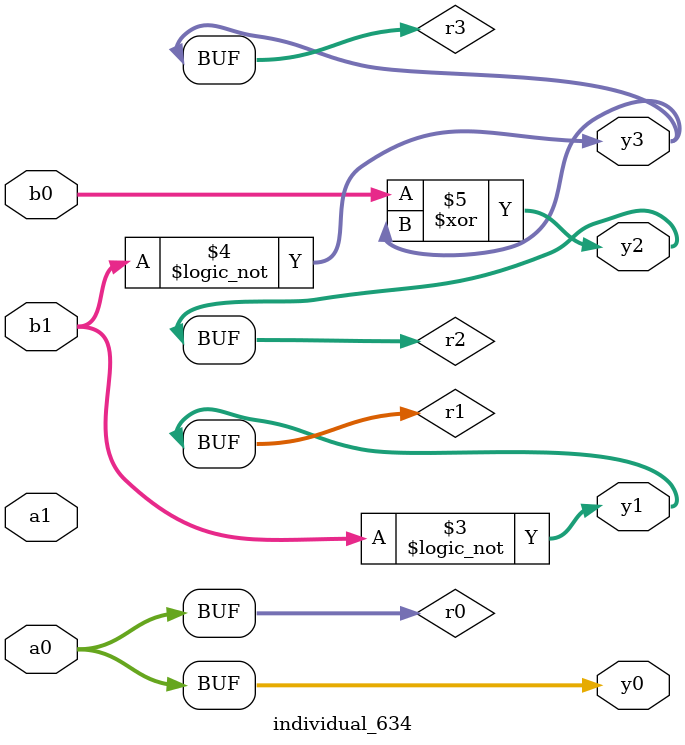
<source format=sv>
module individual_634(input logic [15:0] a1, input logic [15:0] a0, input logic [15:0] b1, input logic [15:0] b0, output logic [15:0] y3, output logic [15:0] y2, output logic [15:0] y1, output logic [15:0] y0);
logic [15:0] r0, r1, r2, r3; 
 always@(*) begin 
	 r0 = a0; r1 = a1; r2 = b0; r3 = b1; 
 	 r1 = ! r2 ;
 	 r1 = ! b1 ;
 	 r3 = ! r3 ;
 	 r2  ^=  r3 ;
 	 y3 = r3; y2 = r2; y1 = r1; y0 = r0; 
end
endmodule
</source>
